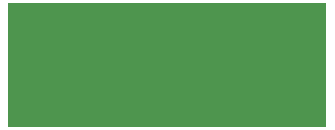
<source format=gbr>
%TF.GenerationSoftware,Altium Limited,Altium Designer,20.2.6 (244)*%
G04 Layer_Color=8388736*
%FSLAX45Y45*%
%MOMM*%
%TF.SameCoordinates,5F830152-65C5-4415-BC49-C393C33858C2*%
%TF.FilePolarity,Positive*%
%TF.FileFunction,Other,Mech_notes*%
%TF.Part,Single*%
G01*
G75*
%TA.AperFunction,NonConductor*%
%ADD18R,27.00000X10.50000*%
D18*
X21660001Y1250000D02*
D03*
%TF.MD5,6688e874119e9e09ca9e21240413dac1*%
M02*

</source>
